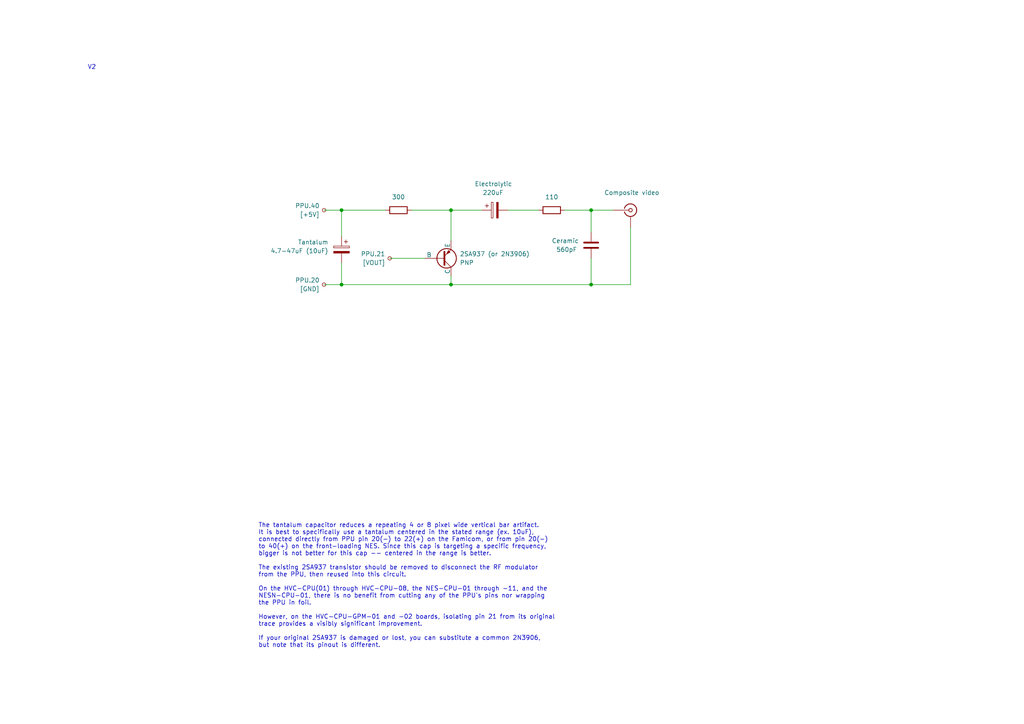
<source format=kicad_sch>
(kicad_sch (version 20230121) (generator eeschema)
  (paper "A4")
  (title_block (title "Composite video mod for NES") (date "2023-12-22") (rev "1.0") (company "Cool Inc.") (comment 1 "Schematic from https://www.nesdev.org/wiki/PPU_pinout"))
  (lib_symbols
    (symbol "Connector:Conn_Coaxial" (pin_numbers hide) (pin_names (offset 1.016) hide)
      (property "Reference" "J" (at 0.254 3.048 0))
      (property "Value" "Conn_Coaxial" (at 2.921 0 90))
      (symbol "Conn_Coaxial_0_1"
        (arc (start -1.778 -0.508) (mid 0.2311 -1.8066) (end 1.778 0) (stroke (width 0.254)))
        (polyline (pts (xy -2.54 0) (xy -0.508 0)))
        (polyline (pts (xy 0 -2.54) (xy 0 -1.778)))
        (circle (center 0 0) (radius 0.508) (stroke (width 0.2032)))
        (arc (start 1.778 0) (mid 0.2099 1.8101) (end -1.778 0.508) (stroke (width 0.254)))
      )
      (symbol "Conn_Coaxial_1_1"
        (pin passive line (at -5.08 0 0) (length 2.54) (name "In") (number "1"))
        (pin passive line (at 0 -5.08 90) (length 2.54) (name "Ext") (number "2"))
      )
    )
    (symbol "Connector:TestPoint_Small" (pin_numbers hide) (pin_names (offset 0.762) hide)
      (property "Reference" "TP" (at 0 3.81 0))
      (property "Value" "TestPoint_Small" (at 0 2.032 0))
      (symbol "TestPoint_Small_0_1"
        (circle (center 0 0) (radius 0.508))
      )
      (symbol "TestPoint_Small_1_1"
        (pin passive line (at 0 0 90) (length 0) (name "1") (number "1"))
      )
    )
    (symbol "Device:C" (pin_numbers hide) (pin_names (offset 0.254))
      (property "Reference" "C" (at 0.635 2.54 0))
      (property "Value" "C" (at 0.635 -2.54 0))
      (symbol "C_0_1"
        (polyline (pts (xy -2.032 -0.762) (xy 2.032 -0.762)) (stroke (width 0.508)))
        (polyline (pts (xy -2.032 0.762) (xy 2.032 0.762)) (stroke (width 0.508)))
      )
      (symbol "C_1_1"
        (pin passive line (at 0 3.81 270) (length 2.794) (name "~") (number "1"))
        (pin passive line (at 0 -3.81 90) (length 2.794) (name "~") (number "2"))
      )
    )
    (symbol "Device:C_Polarized" (pin_numbers hide) (pin_names (offset 0.254))
      (property "Reference" "C" (at 0.635 2.54 0))
      (property "Value" "C_Polarized" (at 0.635 -2.54 0))
      (symbol "C_Polarized_0_1"
        (rectangle (start -2.286 0.508) (end 2.286 1.016))
        (polyline (pts (xy -1.778 2.286) (xy -0.762 2.286)))
        (polyline (pts (xy -1.27 2.794) (xy -1.27 1.778)))
        (rectangle (start 2.286 -0.508) (end -2.286 -1.016) (fill (type outline)))
      )
      (symbol "C_Polarized_1_1"
        (pin passive line (at 0 3.81 270) (length 2.794) (name "~") (number "1"))
        (pin passive line (at 0 -3.81 90) (length 2.794) (name "~") (number "2"))
      )
    )
    (symbol "Device:R" (pin_numbers hide) (pin_names (offset 0))
      (property "Reference" "R" (at 2.032 0 90))
      (property "Value" "R" (at 0 0 90))
      (symbol "R_0_1"
        (rectangle (start -1.016 -2.54) (end 1.016 2.54) (stroke (width 0.254)))
      )
      (symbol "R_1_1"
        (pin passive line (at 0 3.81 270) (length 1.27) (name "~") (number "1"))
        (pin passive line (at 0 -3.81 90) (length 1.27) (name "~") (number "2"))
      )
    )
    (symbol "Simulation_SPICE:PNP" (pin_numbers hide) (pin_names (offset 0))
      (property "Reference" "Q" (at -2.54 7.62 0))
      (property "Value" "PNP" (at -2.54 5.08 0))
      (symbol "PNP_0_1"
        (polyline (pts (xy -2.54 0) (xy 0.635 0)) (stroke (width 0.1524)))
        (polyline (pts (xy 0.635 0.635) (xy 2.54 2.54)))
        (polyline (pts (xy 0.635 -0.635) (xy 2.54 -2.54) (xy 2.54 -2.54)))
        (polyline (pts (xy 0.635 1.905) (xy 0.635 -1.905) (xy 0.635 -1.905)) (stroke (width 0.508)))
        (polyline (pts (xy 2.286 -1.778) (xy 1.778 -2.286) (xy 1.27 -1.27) (xy 2.286 -1.778) (xy 2.286 -1.778)) (fill (type outline)))
        (circle (center 1.27 0) (radius 2.8194) (stroke (width 0.254)))
      )
      (symbol "PNP_1_1"
        (pin open_collector line (at 2.54 5.08 270) (length 2.54) (name "C") (number "1"))
        (pin input line (at -5.08 0 0) (length 2.54) (name "B") (number "2"))
        (pin open_emitter line (at 2.54 -5.08 90) (length 2.54) (name "E") (number "3"))
      )
    )
  )
  (junction (at 99.06 60.96))
  (junction (at 130.81 60.96))
  (junction (at 130.81 82.55))
  (junction (at 171.45 60.96))
  (junction (at 171.45 82.55))
  (junction (at 99.06 82.55))
  (wire (pts (xy 113.03 74.93) (xy 123.19 74.93)))
  (wire (pts (xy 171.45 74.93) (xy 171.45 82.55)))
  (wire (pts (xy 130.81 60.96) (xy 139.7 60.96)))
  (wire (pts (xy 93.98 82.55) (xy 99.06 82.55)))
  (wire (pts (xy 171.45 82.55) (xy 182.88 82.55)))
  (wire (pts (xy 163.83 60.96) (xy 171.45 60.96)))
  (wire (pts (xy 182.88 82.55) (xy 182.88 66.04)))
  (wire (pts (xy 130.81 80.01) (xy 130.81 82.55)))
  (wire (pts (xy 171.45 60.96) (xy 177.8 60.96)))
  (wire (pts (xy 99.06 60.96) (xy 99.06 68.58)))
  (wire (pts (xy 99.06 82.55) (xy 130.81 82.55)))
  (wire (pts (xy 130.81 82.55) (xy 171.45 82.55)))
  (wire (pts (xy 99.06 60.96) (xy 111.76 60.96)))
  (wire (pts (xy 119.38 60.96) (xy 130.81 60.96)))
  (wire (pts (xy 171.45 60.96) (xy 171.45 67.31)))
  (wire (pts (xy 93.98 60.96) (xy 99.06 60.96)))
  (wire (pts (xy 147.32 60.96) (xy 156.21 60.96)))
  (wire (pts (xy 99.06 76.2) (xy 99.06 82.55)))
  (wire (pts (xy 130.81 60.96) (xy 130.81 69.85)))
  (text "The tantalum capacitor reduces a repeating 4 or 8 pixel wide vertical bar artifact.\nIt is best to specifically use a tantalum centered in the stated range (ex. 10uF),\nconnected directly from PPU pin 20(-) to 22(+) on the Famicom, or from pin 20(-)\nto 40(+) on the front-loading NES. Since this cap is targeting a specific frequency,\nbigger is not better for this cap -- centered in the range is better.\n\nThe existing 2SA937 transistor should be removed to disconnect the RF modulator\nfrom the PPU, then reused into this circuit.\n\nOn the HVC-CPU(01) through HVC-CPU-08, the NES-CPU-01 through -11, and the\nNESN-CPU-01, there is no benefit from cutting any of the PPU's pins nor wrapping\nthe PPU in foil.\n\nHowever, on the HVC-CPU-GPM-01 and -02 boards, isolating pin 21 from its original\ntrace provides a visibly significant improvement.\n\nIf your original 2SA937 is damaged or lost, you can substitute a common 2N3906,\nbut note that its pinout is different." (at 74.93 187.96 0) (effects (font (size 1.27 1.27)) (justify left bottom)))
  (text "V2" (at 25.4 20.32 0) (effects (font (size 1.27 1.27)) (justify left bottom)))
  (symbol (lib_id "Connector:TestPoint_Small") (at 113.03 74.93 0) (mirror x) (unit 1)
    (property "Reference" "PPU.21" (at 111.76 73.66 0) (effects (justify right)))
    (property "Value" "[VOUT]" (at 111.76 76.2 0) (effects (justify right)))
  )
  (symbol (lib_id "Simulation_SPICE:PNP") (at 128.27 74.93 0) (mirror x) (unit 1)
    (property "Reference" "PNP" (at 133.35 76.2 0) (effects (justify left)))
    (property "Value" "2SA937 (or 2N3906)" (at 133.35 73.66 0) (effects (justify left)))
    (property "Sim.Device" "PNP" (effects hide))
    (property "Sim.Type" "GUMMELPOON" (effects hide))
    (property "Sim.Pins" "1=C 2=B 3=E" (effects hide))
  )
  (symbol (lib_id "Connector:TestPoint_Small") (at 93.98 60.96 0) (mirror x) (unit 1)
    (property "Reference" "PPU.40" (at 92.71 59.69 0) (effects (justify right)))
    (property "Value" "[+5V]" (at 92.71 62.23 0) (effects (justify right)))
  )
  (symbol (lib_id "Device:C_Polarized") (at 143.51 60.96 90) (mirror x) (unit 1)
    (property "Reference" "Electrolytic" (at 148.59 53.34 90) (effects (justify left)))
    (property "Value" "220uF" (at 146.05 55.88 90) (effects (justify left)))
  )
  (symbol (lib_id "Device:C") (at 171.45 71.12 180) (unit 1)
    (property "Reference" "Ceramic" (at 160.02 69.85 0) (effects (justify right)))
    (property "Value" "560pF" (at 161.29 72.39 0) (effects (justify right)))
  )
  (symbol (lib_id "Connector:TestPoint_Small") (at 93.98 82.55 0) (mirror x) (unit 1)
    (property "Reference" "PPU.20" (at 92.71 81.28 0) (effects (justify right)))
    (property "Value" "[GND]" (at 92.71 83.82 0) (effects (justify right)))
  )
  (symbol (lib_id "Device:R") (at 160.02 60.96 90) (unit 1)
    (property "Reference" "R2" (effects hide))
    (property "Value" "110" (at 160.02 57.15 90))
  )
  (symbol (lib_id "Device:C_Polarized") (at 99.06 72.39 0) (mirror y) (unit 1)
    (property "Reference" "Tantalum" (at 95.25 70.231 0) (effects (justify left)))
    (property "Value" "4.7-47uF (10uF)" (at 95.25 72.771 0) (effects (justify left)))
  )
  (symbol (lib_id "Connector:Conn_Coaxial") (at 182.88 60.96 0) (unit 1)
    (property "Reference" "J1" (effects hide))
    (property "Value" "Composite video" (at 175.26 55.88 0) (effects (justify left)))
    (property "Datasheet" " ~" (effects hide))
  )
  (symbol (lib_id "Device:R") (at 115.57 60.96 90) (unit 1)
    (property "Reference" "R1" (effects hide))
    (property "Value" "300" (at 115.57 57.15 90))
  )
)
</source>
